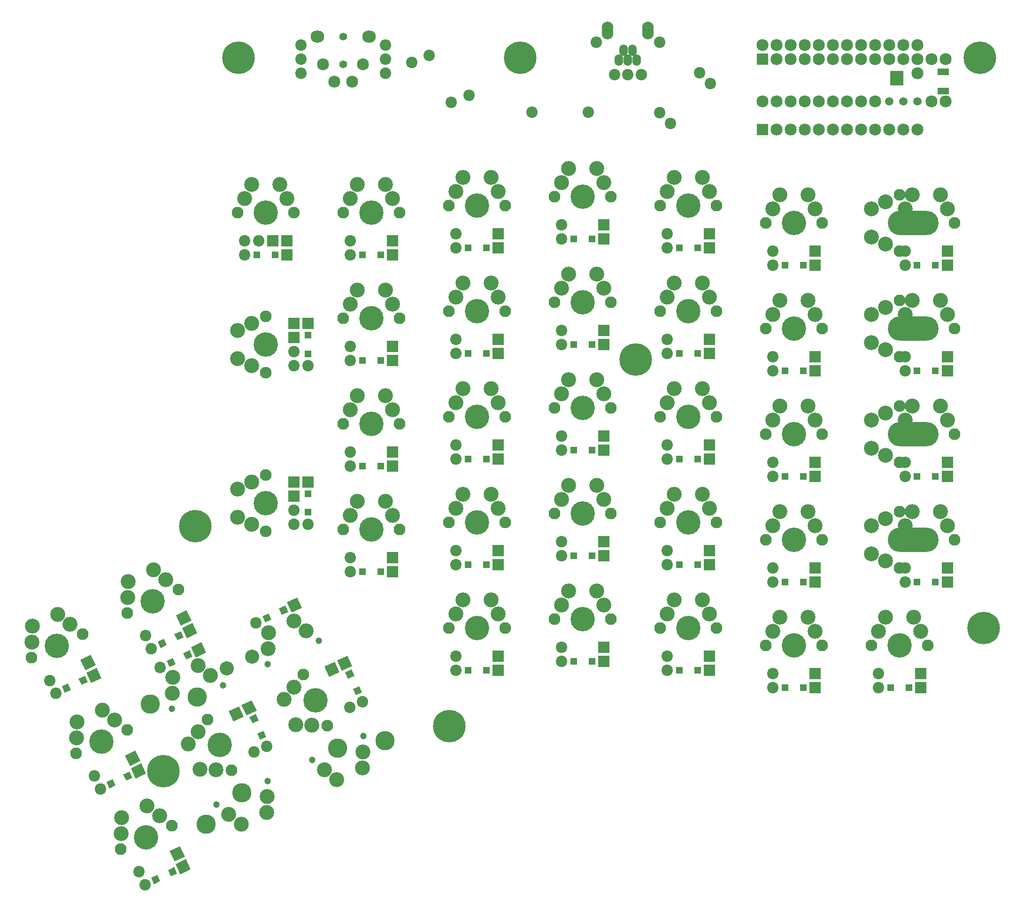
<source format=gts>
G04 #@! TF.GenerationSoftware,KiCad,Pcbnew,5.1.5*
G04 #@! TF.CreationDate,2020-05-06T10:11:07+08:00*
G04 #@! TF.ProjectId,ErgoDOX,4572676f-444f-4582-9e6b-696361645f70,rev?*
G04 #@! TF.SameCoordinates,Original*
G04 #@! TF.FileFunction,Soldermask,Top*
G04 #@! TF.FilePolarity,Negative*
%FSLAX46Y46*%
G04 Gerber Fmt 4.6, Leading zero omitted, Abs format (unit mm)*
G04 Created by KiCad (PCBNEW 5.1.5) date 2020-05-06 10:11:07*
%MOMM*%
%LPD*%
G04 APERTURE LIST*
%ADD10O,1.549400X2.057400*%
%ADD11O,2.108200X3.200400*%
%ADD12C,2.057400*%
%ADD13C,2.159000*%
%ADD14R,2.159000X2.159000*%
%ADD15C,1.498600*%
%ADD16C,0.150000*%
%ADD17R,2.057400X2.057400*%
%ADD18C,2.692400*%
%ADD19C,1.193800*%
%ADD20C,3.479800*%
%ADD21R,2.438400X1.422400*%
%ADD22O,2.463800X2.159000*%
%ADD23C,1.397000*%
%ADD24C,2.540000*%
%ADD25C,5.867400*%
%ADD26C,2.108200*%
%ADD27C,2.689860*%
%ADD28R,1.244600X1.244600*%
%ADD29C,2.687320*%
%ADD30O,9.156700X4.394200*%
%ADD31C,4.394200*%
%ADD32R,2.106400X1.306400*%
G04 APERTURE END LIST*
D10*
X139242800Y-37553900D03*
X138442700Y-35806380D03*
X137642600Y-37553900D03*
X136842500Y-35806380D03*
X136042400Y-37553900D03*
D11*
X133995160Y-32230060D03*
X141290040Y-32230060D03*
D12*
X140055600Y-40259000D03*
X143357600Y-34417000D03*
X137642600Y-40259000D03*
X131927600Y-34417000D03*
X135229600Y-40259000D03*
D13*
X169545000Y-34925000D03*
X172085000Y-34925000D03*
X161925000Y-34925000D03*
X164465000Y-34925000D03*
X167005000Y-34925000D03*
X174625000Y-34925000D03*
X177165000Y-34925000D03*
X179705000Y-34925000D03*
X182245000Y-34925000D03*
X184785000Y-34925000D03*
X187325000Y-34925000D03*
X189865000Y-34925000D03*
X189865000Y-50165000D03*
X187325000Y-50165000D03*
X184785000Y-50165000D03*
X182245000Y-50165000D03*
X179705000Y-50165000D03*
X177165000Y-50165000D03*
X174625000Y-50165000D03*
X172085000Y-50165000D03*
X169545000Y-50165000D03*
X167005000Y-50165000D03*
X164465000Y-50165000D03*
D14*
X161925000Y-50165000D03*
D13*
X189865000Y-40005000D03*
X164465000Y-37465000D03*
X167005000Y-37465000D03*
X169545000Y-37465000D03*
X172085000Y-37465000D03*
X174625000Y-37465000D03*
X177165000Y-37465000D03*
X179705000Y-37465000D03*
X182245000Y-37465000D03*
X184785000Y-37465000D03*
X187325000Y-37465000D03*
X189865000Y-37465000D03*
X192405000Y-37465000D03*
X194945000Y-37465000D03*
D14*
X161925000Y-37465000D03*
D13*
X194945000Y-45085000D03*
X192405000Y-45085000D03*
D15*
X189865000Y-45085000D03*
X187325000Y-45085000D03*
X184785000Y-45085000D03*
D13*
X182245000Y-45085000D03*
X179705000Y-45085000D03*
X177165000Y-45085000D03*
X174625000Y-45085000D03*
X172085000Y-45085000D03*
X169545000Y-45085000D03*
X167005000Y-45085000D03*
X164465000Y-45085000D03*
X161925000Y-45085000D03*
D12*
X53341367Y-147187736D03*
D16*
G36*
X54985576Y-147107661D02*
G01*
X54459585Y-145979670D01*
X55587576Y-145453679D01*
X56113567Y-146581670D01*
X54985576Y-147107661D01*
G37*
G36*
X59749862Y-145334450D02*
G01*
X58880367Y-143469813D01*
X60745004Y-142600318D01*
X61614499Y-144464955D01*
X59749862Y-145334450D01*
G37*
G36*
X58001224Y-145701441D02*
G01*
X57475233Y-144573450D01*
X58603224Y-144047459D01*
X59129215Y-145175450D01*
X58001224Y-145701441D01*
G37*
D12*
X70605747Y-139135936D03*
D16*
G36*
X72249956Y-139055861D02*
G01*
X71723965Y-137927870D01*
X72851956Y-137401879D01*
X73377947Y-138529870D01*
X72249956Y-139055861D01*
G37*
G36*
X77014242Y-137282650D02*
G01*
X76144747Y-135418013D01*
X78009384Y-134548518D01*
X78878879Y-136413155D01*
X77014242Y-137282650D01*
G37*
G36*
X75265604Y-137649641D02*
G01*
X74739613Y-136521650D01*
X75867604Y-135995659D01*
X76393595Y-137123650D01*
X75265604Y-137649641D01*
G37*
D12*
X77470000Y-118755160D03*
D17*
X77470000Y-116215160D03*
D12*
X77470000Y-90180160D03*
D17*
X77470000Y-87640160D03*
D12*
X71120000Y-70180200D03*
D17*
X73660000Y-70180200D03*
D18*
X77434621Y-138754526D03*
X72753017Y-143740174D03*
D19*
X72675456Y-146578921D03*
X81883544Y-142285119D03*
D18*
X79659082Y-140519823D03*
X72830577Y-140901427D03*
X60170241Y-146806326D03*
X55488637Y-151791974D03*
D20*
X60015120Y-152483820D03*
D19*
X55411076Y-154630721D03*
X64619164Y-150336919D03*
D18*
X62394702Y-148571623D03*
X55566197Y-148953227D03*
X85176179Y-167376434D03*
X89857783Y-162390786D03*
D20*
X85331300Y-161698940D03*
D19*
X89935344Y-159552039D03*
X80727256Y-163845841D03*
D18*
X82951718Y-165611137D03*
X89780223Y-165229533D03*
X67909259Y-175425694D03*
X72590863Y-170440046D03*
D20*
X68064380Y-169748200D03*
D19*
X72668424Y-167601299D03*
X63460336Y-171895101D03*
D18*
X65684798Y-173660397D03*
X72513303Y-173278793D03*
D12*
X152499602Y-41810398D03*
X145315398Y-48994602D03*
X150594602Y-39905398D03*
X143410398Y-47089602D03*
X130492500Y-46990000D03*
X120332500Y-46990000D03*
X101817898Y-36730398D03*
X109002102Y-43914602D03*
X98642898Y-38000398D03*
X105827102Y-45184602D03*
X78740000Y-40005000D03*
X78740000Y-37465000D03*
X78740000Y-34925000D03*
X93980000Y-40005000D03*
X93980000Y-37465000D03*
X93980000Y-34925000D03*
D21*
X186130000Y-40255000D03*
X186130000Y-41525000D03*
D22*
X90957400Y-33375600D03*
D13*
X82702400Y-38379400D03*
X87909400Y-41478200D03*
D22*
X81661000Y-33375600D03*
D13*
X84709000Y-41478200D03*
X89916000Y-38379400D03*
D23*
X86309200Y-33375600D03*
X86309200Y-38379400D03*
D24*
X69927083Y-145197966D03*
D20*
X93829648Y-160396270D03*
D24*
X65323823Y-147345789D03*
D20*
X61602126Y-175425496D03*
X51511692Y-153786490D03*
D25*
X53898800Y-165836600D03*
X59664600Y-121666000D03*
X105435400Y-157759400D03*
X201777600Y-140055600D03*
X139039600Y-91592400D03*
X201142600Y-37134800D03*
X118211600Y-37134800D03*
X67411600Y-37134800D03*
D18*
X193992500Y-80972660D03*
X187642500Y-83512660D03*
D26*
X196532500Y-86052660D03*
D27*
X195262500Y-83512660D03*
D18*
X188912500Y-80972660D03*
D12*
X187642500Y-91132660D03*
D17*
X195262500Y-91132660D03*
D12*
X187642500Y-93672660D03*
D17*
X195262500Y-93672660D03*
D28*
X189788800Y-93672660D03*
X193116200Y-93672660D03*
D29*
X181610000Y-83512660D03*
X184150000Y-82242660D03*
X184150000Y-89862660D03*
X181610000Y-88592660D03*
D30*
X189069980Y-86052660D03*
D26*
X186690000Y-91132660D03*
X186690000Y-80972660D03*
D18*
X193992500Y-119072660D03*
X187642500Y-121612660D03*
D26*
X196532500Y-124152660D03*
D27*
X195262500Y-121612660D03*
D18*
X188912500Y-119072660D03*
D12*
X187642500Y-129232660D03*
D17*
X195262500Y-129232660D03*
D12*
X187642500Y-131772660D03*
D17*
X195262500Y-131772660D03*
D28*
X189788800Y-131772660D03*
X193116200Y-131772660D03*
D29*
X181610000Y-121612660D03*
X184150000Y-120342660D03*
X184150000Y-127962660D03*
X181610000Y-126692660D03*
D30*
X189069980Y-124152660D03*
D26*
X186690000Y-129232660D03*
X186690000Y-119072660D03*
D18*
X193992500Y-61925200D03*
X187642500Y-64465200D03*
D26*
X196532500Y-67005200D03*
D27*
X195262500Y-64465200D03*
D18*
X188912500Y-61925200D03*
D12*
X187642500Y-72085200D03*
D17*
X195262500Y-72085200D03*
D12*
X187642500Y-74625200D03*
D17*
X195262500Y-74625200D03*
D28*
X189788800Y-74625200D03*
X193116200Y-74625200D03*
D29*
X181610000Y-64465200D03*
X184150000Y-63195200D03*
X184150000Y-70815200D03*
X181610000Y-69545200D03*
D30*
X189069980Y-67005200D03*
D26*
X186690000Y-72085200D03*
X186690000Y-61925200D03*
D18*
X193992500Y-100022660D03*
X187642500Y-102562660D03*
D26*
X196532500Y-105102660D03*
D27*
X195262500Y-102562660D03*
D18*
X188912500Y-100022660D03*
D12*
X187642500Y-110182660D03*
D17*
X195262500Y-110182660D03*
D12*
X187642500Y-112722660D03*
D17*
X195262500Y-112722660D03*
D28*
X189788800Y-112722660D03*
X193116200Y-112722660D03*
D29*
X181610000Y-102562660D03*
X184150000Y-101292660D03*
X184150000Y-108912660D03*
X181610000Y-107642660D03*
D30*
X189069980Y-105102660D03*
D26*
X186690000Y-110182660D03*
X186690000Y-100022660D03*
D18*
X93980000Y-60020200D03*
X87630000Y-62560200D03*
D31*
X91440000Y-65100200D03*
D26*
X86360000Y-65100200D03*
X96520000Y-65100200D03*
D18*
X95250000Y-62560200D03*
X88900000Y-60020200D03*
D12*
X87630000Y-70180200D03*
D17*
X95250000Y-70180200D03*
D12*
X87630000Y-72720200D03*
D17*
X95250000Y-72720200D03*
D28*
X89776300Y-72720200D03*
X93103700Y-72720200D03*
D18*
X151130000Y-77797660D03*
X144780000Y-80337660D03*
D31*
X148590000Y-82877660D03*
D26*
X143510000Y-82877660D03*
X153670000Y-82877660D03*
D18*
X152400000Y-80337660D03*
X146050000Y-77797660D03*
D12*
X144780000Y-87957660D03*
D17*
X152400000Y-87957660D03*
D12*
X144780000Y-90497660D03*
D17*
X152400000Y-90497660D03*
D28*
X146926300Y-90497660D03*
X150253700Y-90497660D03*
D18*
X58360986Y-160962159D03*
X63346634Y-165643763D03*
D31*
X64038480Y-161117280D03*
D26*
X66185381Y-165721324D03*
X61891579Y-156513236D03*
D18*
X60126283Y-158737698D03*
X60507887Y-165566203D03*
D12*
X70252699Y-162423412D03*
D16*
G36*
X68399414Y-156014918D02*
G01*
X66534777Y-156884413D01*
X65665282Y-155019776D01*
X67529919Y-154150281D01*
X68399414Y-156014918D01*
G37*
D12*
X72554721Y-161349962D03*
D16*
G36*
X70701436Y-154941467D02*
G01*
X68836799Y-155810962D01*
X67967304Y-153946325D01*
X69831941Y-153076830D01*
X70701436Y-154941467D01*
G37*
G36*
X72474646Y-159705753D02*
G01*
X71346655Y-160231744D01*
X70820664Y-159103753D01*
X71948655Y-158577762D01*
X72474646Y-159705753D01*
G37*
G36*
X71068426Y-156690105D02*
G01*
X69940435Y-157216096D01*
X69414444Y-156088105D01*
X70542435Y-155562114D01*
X71068426Y-156690105D01*
G37*
D18*
X75625366Y-152910359D03*
X80611014Y-157591963D03*
D31*
X81302860Y-153065480D03*
D26*
X83449761Y-157669524D03*
X79155959Y-148461436D03*
D18*
X77390663Y-150685898D03*
X77772267Y-157514403D03*
D12*
X87517079Y-154371612D03*
D16*
G36*
X85663794Y-147963118D02*
G01*
X83799157Y-148832613D01*
X82929662Y-146967976D01*
X84794299Y-146098481D01*
X85663794Y-147963118D01*
G37*
D12*
X89819101Y-153298162D03*
D16*
G36*
X87965816Y-146889667D02*
G01*
X86101179Y-147759162D01*
X85231684Y-145894525D01*
X87096321Y-145025030D01*
X87965816Y-146889667D01*
G37*
G36*
X89739026Y-151653953D02*
G01*
X88611035Y-152179944D01*
X88085044Y-151051953D01*
X89213035Y-150525962D01*
X89739026Y-151653953D01*
G37*
G36*
X88332806Y-148638305D02*
G01*
X87204815Y-149164296D01*
X86678824Y-148036305D01*
X87806815Y-147510314D01*
X88332806Y-148638305D01*
G37*
D18*
X113030000Y-134947660D03*
X106680000Y-137487660D03*
D31*
X110490000Y-140027660D03*
D26*
X105410000Y-140027660D03*
X115570000Y-140027660D03*
D18*
X114300000Y-137487660D03*
X107950000Y-134947660D03*
D12*
X106680000Y-145107660D03*
D17*
X114300000Y-145107660D03*
D12*
X106680000Y-147647660D03*
D17*
X114300000Y-147647660D03*
D28*
X108826300Y-147647660D03*
X112153700Y-147647660D03*
D18*
X132080000Y-133350000D03*
X125730000Y-135890000D03*
D31*
X129540000Y-138430000D03*
D26*
X124460000Y-138430000D03*
X134620000Y-138430000D03*
D18*
X133350000Y-135890000D03*
X127000000Y-133350000D03*
D12*
X125730000Y-143510000D03*
D17*
X133350000Y-143510000D03*
D12*
X125730000Y-146050000D03*
D17*
X133350000Y-146050000D03*
D28*
X127876300Y-146050000D03*
X131203700Y-146050000D03*
D18*
X170180000Y-138122660D03*
X163830000Y-140662660D03*
D31*
X167640000Y-143202660D03*
D26*
X162560000Y-143202660D03*
X172720000Y-143202660D03*
D18*
X171450000Y-140662660D03*
X165100000Y-138122660D03*
D12*
X163830000Y-148282660D03*
D17*
X171450000Y-148282660D03*
D12*
X163830000Y-150822660D03*
D17*
X171450000Y-150822660D03*
D28*
X165976300Y-150822660D03*
X169303700Y-150822660D03*
D18*
X93980000Y-117167660D03*
X87630000Y-119707660D03*
D31*
X91440000Y-122247660D03*
D26*
X86360000Y-122247660D03*
X96520000Y-122247660D03*
D18*
X95250000Y-119707660D03*
X88900000Y-117167660D03*
D12*
X87630000Y-127327660D03*
D17*
X95250000Y-127327660D03*
D12*
X87630000Y-129867660D03*
D17*
X95250000Y-129867660D03*
D28*
X89776300Y-129867660D03*
X93103700Y-129867660D03*
D18*
X113030000Y-115897660D03*
X106680000Y-118437660D03*
D31*
X110490000Y-120977660D03*
D26*
X105410000Y-120977660D03*
X115570000Y-120977660D03*
D18*
X114300000Y-118437660D03*
X107950000Y-115897660D03*
D12*
X106680000Y-126057660D03*
D17*
X114300000Y-126057660D03*
D12*
X106680000Y-128597660D03*
D17*
X114300000Y-128597660D03*
D28*
X108826300Y-128597660D03*
X112153700Y-128597660D03*
D18*
X132080000Y-114300000D03*
X125730000Y-116840000D03*
D31*
X129540000Y-119380000D03*
D26*
X124460000Y-119380000D03*
X134620000Y-119380000D03*
D18*
X133350000Y-116840000D03*
X127000000Y-114300000D03*
D12*
X125730000Y-124460000D03*
D17*
X133350000Y-124460000D03*
D12*
X125730000Y-127000000D03*
D17*
X133350000Y-127000000D03*
D28*
X127876300Y-127000000D03*
X131203700Y-127000000D03*
D18*
X151130000Y-115897660D03*
X144780000Y-118437660D03*
D31*
X148590000Y-120977660D03*
D26*
X143510000Y-120977660D03*
X153670000Y-120977660D03*
D18*
X152400000Y-118437660D03*
X146050000Y-115897660D03*
D12*
X144780000Y-126057660D03*
D17*
X152400000Y-126057660D03*
D12*
X144780000Y-128597660D03*
D17*
X152400000Y-128597660D03*
D28*
X146926300Y-128597660D03*
X150253700Y-128597660D03*
D18*
X170180000Y-119072660D03*
X163830000Y-121612660D03*
D31*
X167640000Y-124152660D03*
D26*
X162560000Y-124152660D03*
X172720000Y-124152660D03*
D18*
X171450000Y-121612660D03*
X165100000Y-119072660D03*
D12*
X163830000Y-129232660D03*
D17*
X171450000Y-129232660D03*
D12*
X163830000Y-131772660D03*
D17*
X171450000Y-131772660D03*
D28*
X165976300Y-131772660D03*
X169303700Y-131772660D03*
D18*
X93980000Y-98117660D03*
X87630000Y-100657660D03*
D31*
X91440000Y-103197660D03*
D26*
X86360000Y-103197660D03*
X96520000Y-103197660D03*
D18*
X95250000Y-100657660D03*
X88900000Y-98117660D03*
D12*
X87630000Y-108277660D03*
D17*
X95250000Y-108277660D03*
D12*
X87630000Y-110817660D03*
D17*
X95250000Y-110817660D03*
D28*
X89776300Y-110817660D03*
X93103700Y-110817660D03*
D18*
X113030000Y-96847660D03*
X106680000Y-99387660D03*
D31*
X110490000Y-101927660D03*
D26*
X105410000Y-101927660D03*
X115570000Y-101927660D03*
D18*
X114300000Y-99387660D03*
X107950000Y-96847660D03*
D12*
X106680000Y-107007660D03*
D17*
X114300000Y-107007660D03*
D12*
X106680000Y-109547660D03*
D17*
X114300000Y-109547660D03*
D28*
X108826300Y-109547660D03*
X112153700Y-109547660D03*
D18*
X132080000Y-95250000D03*
X125730000Y-97790000D03*
D31*
X129540000Y-100330000D03*
D26*
X124460000Y-100330000D03*
X134620000Y-100330000D03*
D18*
X133350000Y-97790000D03*
X127000000Y-95250000D03*
D12*
X125730000Y-105410000D03*
D17*
X133350000Y-105410000D03*
D12*
X125730000Y-107950000D03*
D17*
X133350000Y-107950000D03*
D28*
X127876300Y-107950000D03*
X131203700Y-107950000D03*
D18*
X151130000Y-96847660D03*
X144780000Y-99387660D03*
D31*
X148590000Y-101927660D03*
D26*
X143510000Y-101927660D03*
X153670000Y-101927660D03*
D18*
X152400000Y-99387660D03*
X146050000Y-96847660D03*
D12*
X144780000Y-107007660D03*
D17*
X152400000Y-107007660D03*
D12*
X144780000Y-109547660D03*
D17*
X152400000Y-109547660D03*
D28*
X146926300Y-109547660D03*
X150253700Y-109547660D03*
D18*
X113030000Y-77797660D03*
X106680000Y-80337660D03*
D31*
X110490000Y-82877660D03*
D26*
X105410000Y-82877660D03*
X115570000Y-82877660D03*
D18*
X114300000Y-80337660D03*
X107950000Y-77797660D03*
D12*
X106680000Y-87957660D03*
D17*
X114300000Y-87957660D03*
D12*
X106680000Y-90497660D03*
D17*
X114300000Y-90497660D03*
D28*
X108826300Y-90497660D03*
X112153700Y-90497660D03*
D18*
X132080000Y-76200000D03*
X125730000Y-78740000D03*
D31*
X129540000Y-81280000D03*
D26*
X124460000Y-81280000D03*
X134620000Y-81280000D03*
D18*
X133350000Y-78740000D03*
X127000000Y-76200000D03*
D12*
X125730000Y-86360000D03*
D17*
X133350000Y-86360000D03*
D12*
X125730000Y-88900000D03*
D17*
X133350000Y-88900000D03*
D28*
X127876300Y-88900000D03*
X131203700Y-88900000D03*
D18*
X170180000Y-80972660D03*
X163830000Y-83512660D03*
D31*
X167640000Y-86052660D03*
D26*
X162560000Y-86052660D03*
X172720000Y-86052660D03*
D18*
X171450000Y-83512660D03*
X165100000Y-80972660D03*
D12*
X163830000Y-91132660D03*
D17*
X171450000Y-91132660D03*
D12*
X163830000Y-93672660D03*
D17*
X171450000Y-93672660D03*
D28*
X165976300Y-93672660D03*
X169303700Y-93672660D03*
D18*
X151130000Y-134947660D03*
X144780000Y-137487660D03*
D31*
X148590000Y-140027660D03*
D26*
X143510000Y-140027660D03*
X153670000Y-140027660D03*
D18*
X152400000Y-137487660D03*
X146050000Y-134947660D03*
D12*
X144780000Y-145107660D03*
D17*
X152400000Y-145107660D03*
D12*
X144780000Y-147647660D03*
D17*
X152400000Y-147647660D03*
D28*
X146926300Y-147647660D03*
X150253700Y-147647660D03*
D18*
X113030000Y-58747660D03*
X106680000Y-61287660D03*
D31*
X110490000Y-63827660D03*
D26*
X105410000Y-63827660D03*
X115570000Y-63827660D03*
D18*
X114300000Y-61287660D03*
X107950000Y-58747660D03*
D12*
X106680000Y-68907660D03*
D17*
X114300000Y-68907660D03*
D12*
X106680000Y-71447660D03*
D17*
X114300000Y-71447660D03*
D28*
X108826300Y-71447660D03*
X112153700Y-71447660D03*
D18*
X132080000Y-57150000D03*
X125730000Y-59690000D03*
D31*
X129540000Y-62230000D03*
D26*
X124460000Y-62230000D03*
X134620000Y-62230000D03*
D18*
X133350000Y-59690000D03*
X127000000Y-57150000D03*
D12*
X125730000Y-67310000D03*
D17*
X133350000Y-67310000D03*
D12*
X125730000Y-69850000D03*
D17*
X133350000Y-69850000D03*
D28*
X127876300Y-69850000D03*
X131203700Y-69850000D03*
D18*
X151130000Y-58747660D03*
X144780000Y-61287660D03*
D31*
X148590000Y-63827660D03*
D26*
X143510000Y-63827660D03*
X153670000Y-63827660D03*
D18*
X152400000Y-61287660D03*
X146050000Y-58747660D03*
D12*
X144780000Y-68907660D03*
D17*
X152400000Y-68907660D03*
D12*
X144780000Y-71447660D03*
D17*
X152400000Y-71447660D03*
D28*
X146926300Y-71447660D03*
X150253700Y-71447660D03*
D18*
X170180000Y-61925200D03*
X163830000Y-64465200D03*
D31*
X167640000Y-67005200D03*
D26*
X162560000Y-67005200D03*
X172720000Y-67005200D03*
D18*
X171450000Y-64465200D03*
X165100000Y-61925200D03*
D12*
X163830000Y-72085200D03*
D17*
X171450000Y-72085200D03*
D12*
X163830000Y-74625200D03*
D17*
X171450000Y-74625200D03*
D28*
X165976300Y-74625200D03*
X169303700Y-74625200D03*
D18*
X52118441Y-129541946D03*
X47436837Y-134527594D03*
D31*
X51963320Y-135219440D03*
D26*
X47359276Y-137366341D03*
X56567364Y-133072539D03*
D18*
X54342902Y-131307243D03*
X47514397Y-131688847D03*
D12*
X50657188Y-141433659D03*
D16*
G36*
X57065682Y-139580374D02*
G01*
X56196187Y-137715737D01*
X58060824Y-136846242D01*
X58930319Y-138710879D01*
X57065682Y-139580374D01*
G37*
D12*
X51730638Y-143735681D03*
D16*
G36*
X58139133Y-141882396D02*
G01*
X57269638Y-140017759D01*
X59134275Y-139148264D01*
X60003770Y-141012901D01*
X58139133Y-141882396D01*
G37*
G36*
X53374847Y-143655606D02*
G01*
X52848856Y-142527615D01*
X53976847Y-142001624D01*
X54502838Y-143129615D01*
X53374847Y-143655606D01*
G37*
G36*
X56390495Y-142249386D02*
G01*
X55864504Y-141121395D01*
X56992495Y-140595404D01*
X57518486Y-141723395D01*
X56390495Y-142249386D01*
G37*
D18*
X34854061Y-137591206D03*
X30172457Y-142576854D03*
D31*
X34698940Y-143268700D03*
D26*
X30094896Y-145415601D03*
X39302984Y-141121799D03*
D18*
X37078522Y-139356503D03*
X30250017Y-139738107D03*
D12*
X33392808Y-149482919D03*
D16*
G36*
X39801302Y-147629634D02*
G01*
X38931807Y-145764997D01*
X40796444Y-144895502D01*
X41665939Y-146760139D01*
X39801302Y-147629634D01*
G37*
D12*
X34466258Y-151784941D03*
D16*
G36*
X40874753Y-149931656D02*
G01*
X40005258Y-148067019D01*
X41869895Y-147197524D01*
X42739390Y-149062161D01*
X40874753Y-149931656D01*
G37*
G36*
X36110467Y-151704866D02*
G01*
X35584476Y-150576875D01*
X36712467Y-150050884D01*
X37238458Y-151178875D01*
X36110467Y-151704866D01*
G37*
G36*
X39126115Y-150298646D02*
G01*
X38600124Y-149170655D01*
X39728115Y-148644664D01*
X40254106Y-149772655D01*
X39126115Y-150298646D01*
G37*
D18*
X50955121Y-172122506D03*
X46273517Y-177108154D03*
D31*
X50800000Y-177800000D03*
D26*
X46195956Y-179946901D03*
X55404044Y-175653099D03*
D18*
X53179582Y-173887803D03*
X46351077Y-174269407D03*
D12*
X49493868Y-184014219D03*
D16*
G36*
X55902362Y-182160934D02*
G01*
X55032867Y-180296297D01*
X56897504Y-179426802D01*
X57766999Y-181291439D01*
X55902362Y-182160934D01*
G37*
D12*
X50567318Y-186316241D03*
D16*
G36*
X56975813Y-184462956D02*
G01*
X56106318Y-182598319D01*
X57970955Y-181728824D01*
X58840450Y-183593461D01*
X56975813Y-184462956D01*
G37*
G36*
X52211527Y-186236166D02*
G01*
X51685536Y-185108175D01*
X52813527Y-184582184D01*
X53339518Y-185710175D01*
X52211527Y-186236166D01*
G37*
G36*
X55227175Y-184829946D02*
G01*
X54701184Y-183701955D01*
X55829175Y-183175964D01*
X56355166Y-184303955D01*
X55227175Y-184829946D01*
G37*
D18*
X42903321Y-154855586D03*
X38221717Y-159841234D03*
D31*
X42748200Y-160533080D03*
D26*
X38144156Y-162679981D03*
X47352244Y-158386179D03*
D18*
X45127782Y-156620883D03*
X38299277Y-157002487D03*
D12*
X41442068Y-166747299D03*
D16*
G36*
X47850562Y-164894014D02*
G01*
X46981067Y-163029377D01*
X48845704Y-162159882D01*
X49715199Y-164024519D01*
X47850562Y-164894014D01*
G37*
D12*
X42515518Y-169049321D03*
D16*
G36*
X48924013Y-167196036D02*
G01*
X48054518Y-165331399D01*
X49919155Y-164461904D01*
X50788650Y-166326541D01*
X48924013Y-167196036D01*
G37*
G36*
X44159727Y-168969246D02*
G01*
X43633736Y-167841255D01*
X44761727Y-167315264D01*
X45287718Y-168443255D01*
X44159727Y-168969246D01*
G37*
G36*
X47175375Y-167563026D02*
G01*
X46649384Y-166435035D01*
X47777375Y-165909044D01*
X48303366Y-167037035D01*
X47175375Y-167563026D01*
G37*
D18*
X93980000Y-79067660D03*
X87630000Y-81607660D03*
D31*
X91440000Y-84147660D03*
D26*
X86360000Y-84147660D03*
X96520000Y-84147660D03*
D18*
X95250000Y-81607660D03*
X88900000Y-79067660D03*
D12*
X87630000Y-89227660D03*
D17*
X95250000Y-89227660D03*
D12*
X87630000Y-91767660D03*
D17*
X95250000Y-91767660D03*
D28*
X89776300Y-91767660D03*
X93103700Y-91767660D03*
D18*
X189230000Y-138122660D03*
X182880000Y-140662660D03*
D31*
X186690000Y-143202660D03*
D26*
X181610000Y-143202660D03*
X191770000Y-143202660D03*
D18*
X190500000Y-140662660D03*
X184150000Y-138122660D03*
D12*
X182880000Y-148282660D03*
D17*
X190500000Y-148282660D03*
D12*
X182880000Y-150822660D03*
D17*
X190500000Y-150822660D03*
D28*
X185026300Y-150822660D03*
X188353700Y-150822660D03*
D18*
X67310000Y-114945160D03*
X69850000Y-121295160D03*
D31*
X72390000Y-117485160D03*
D26*
X72390000Y-122565160D03*
X72390000Y-112405160D03*
D18*
X69850000Y-113675160D03*
X67310000Y-120025160D03*
D12*
X77470000Y-121295160D03*
D17*
X77470000Y-113675160D03*
D12*
X80010000Y-121295160D03*
D17*
X80010000Y-113675160D03*
D28*
X80010000Y-119148860D03*
X80010000Y-115821460D03*
D18*
X67310000Y-86370160D03*
X69850000Y-92720160D03*
D31*
X72390000Y-88910160D03*
D26*
X72390000Y-93990160D03*
X72390000Y-83830160D03*
D18*
X69850000Y-85100160D03*
X67310000Y-91450160D03*
D12*
X77470000Y-92720160D03*
D17*
X77470000Y-85100160D03*
D12*
X80010000Y-92720160D03*
D17*
X80010000Y-85100160D03*
D28*
X80010000Y-90573860D03*
X80010000Y-87246460D03*
D18*
X74930000Y-60020200D03*
X68580000Y-62560200D03*
D31*
X72390000Y-65100200D03*
D26*
X67310000Y-65100200D03*
X77470000Y-65100200D03*
D18*
X76200000Y-62560200D03*
X69850000Y-60020200D03*
D12*
X68580000Y-70180200D03*
D17*
X76200000Y-70180200D03*
D12*
X68580000Y-72720200D03*
D17*
X76200000Y-72720200D03*
D28*
X70726300Y-72720200D03*
X74053700Y-72720200D03*
D18*
X170180000Y-100022660D03*
X163830000Y-102562660D03*
D31*
X167640000Y-105102660D03*
D26*
X162560000Y-105102660D03*
X172720000Y-105102660D03*
D18*
X171450000Y-102562660D03*
X165100000Y-100022660D03*
D12*
X163830000Y-110182660D03*
D17*
X171450000Y-110182660D03*
D12*
X163830000Y-112722660D03*
D17*
X171450000Y-112722660D03*
D28*
X165976300Y-112722660D03*
X169303700Y-112722660D03*
D32*
X194500000Y-43150000D03*
X194500000Y-39750000D03*
M02*

</source>
